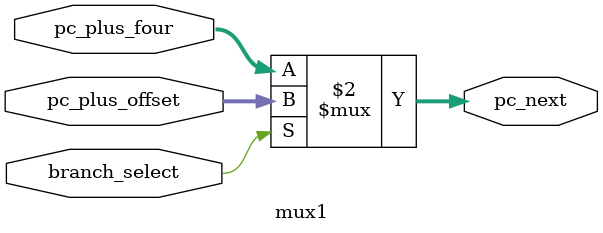
<source format=v>
`timescale 1ns / 1ps

module mux1(pc_plus_four,pc_plus_offset,branch_select, pc_next);
input [31:0] pc_plus_four;
input [31:0] pc_plus_offset;
input branch_select;
output reg [31:0] pc_next;
    // Always block to handle input changes
    always @(*) begin
        pc_next = branch_select ? pc_plus_offset : pc_plus_four;
    end

endmodule


</source>
